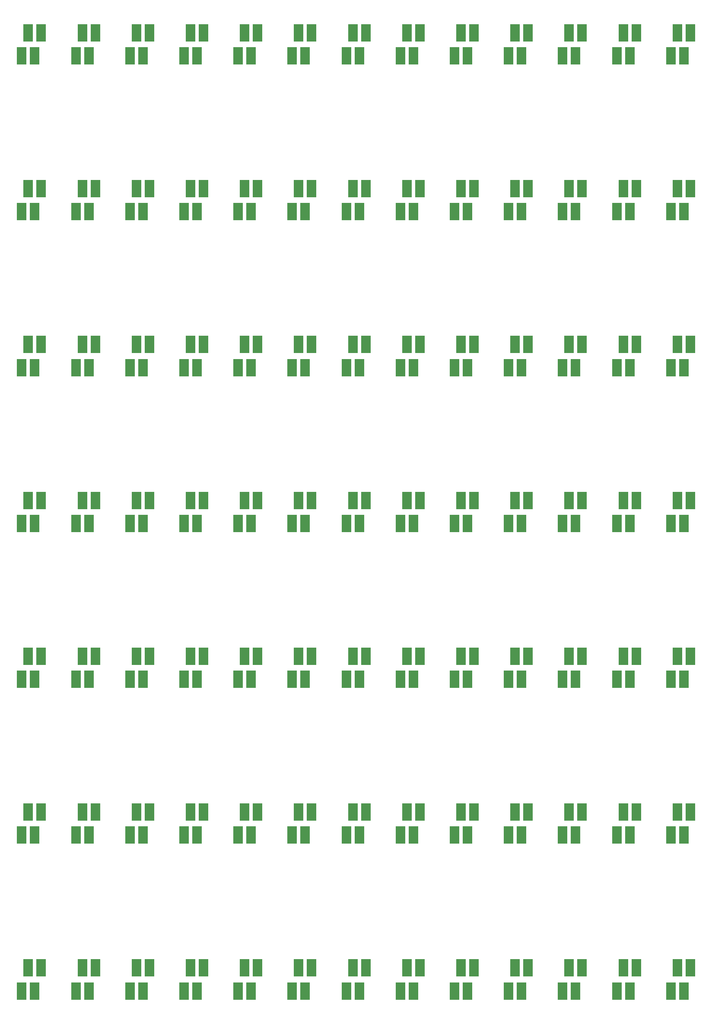
<source format=gbs>
G04 #@! TF.FileFunction,Soldermask,Bot*
%FSLAX46Y46*%
G04 Gerber Fmt 4.6, Leading zero omitted, Abs format (unit mm)*
G04 Created by KiCad (PCBNEW 4.0.2-4+6225~38~ubuntu14.04.1-stable) date Mon 13 Jun 2016 20:57:54 BST*
%MOMM*%
G01*
G04 APERTURE LIST*
%ADD10C,0.100000*%
%ADD11R,1.900000X3.400000*%
G04 APERTURE END LIST*
D10*
D11*
X170390000Y-235925000D03*
X171660000Y-231425000D03*
X172930000Y-235925000D03*
X174200000Y-231425000D03*
X159790000Y-235925000D03*
X161060000Y-231425000D03*
X162330000Y-235925000D03*
X163600000Y-231425000D03*
X149190000Y-235925000D03*
X150460000Y-231425000D03*
X151730000Y-235925000D03*
X153000000Y-231425000D03*
X138590000Y-235925000D03*
X139860000Y-231425000D03*
X141130000Y-235925000D03*
X142400000Y-231425000D03*
X127990000Y-235925000D03*
X129260000Y-231425000D03*
X130530000Y-235925000D03*
X131800000Y-231425000D03*
X117390000Y-235925000D03*
X118660000Y-231425000D03*
X119930000Y-235925000D03*
X121200000Y-231425000D03*
X106790000Y-235925000D03*
X108060000Y-231425000D03*
X109330000Y-235925000D03*
X110600000Y-231425000D03*
X96190000Y-235925000D03*
X97460000Y-231425000D03*
X98730000Y-235925000D03*
X100000000Y-231425000D03*
X85590000Y-235925000D03*
X86860000Y-231425000D03*
X88130000Y-235925000D03*
X89400000Y-231425000D03*
X74990000Y-235925000D03*
X76260000Y-231425000D03*
X77530000Y-235925000D03*
X78800000Y-231425000D03*
X64390000Y-235925000D03*
X65660000Y-231425000D03*
X66930000Y-235925000D03*
X68200000Y-231425000D03*
X53790000Y-235925000D03*
X55060000Y-231425000D03*
X56330000Y-235925000D03*
X57600000Y-231425000D03*
X43190000Y-235925000D03*
X44460000Y-231425000D03*
X45730000Y-235925000D03*
X47000000Y-231425000D03*
X170390000Y-205425000D03*
X171660000Y-200925000D03*
X172930000Y-205425000D03*
X174200000Y-200925000D03*
X159790000Y-205425000D03*
X161060000Y-200925000D03*
X162330000Y-205425000D03*
X163600000Y-200925000D03*
X149190000Y-205425000D03*
X150460000Y-200925000D03*
X151730000Y-205425000D03*
X153000000Y-200925000D03*
X138590000Y-205425000D03*
X139860000Y-200925000D03*
X141130000Y-205425000D03*
X142400000Y-200925000D03*
X127990000Y-205425000D03*
X129260000Y-200925000D03*
X130530000Y-205425000D03*
X131800000Y-200925000D03*
X117390000Y-205425000D03*
X118660000Y-200925000D03*
X119930000Y-205425000D03*
X121200000Y-200925000D03*
X106790000Y-205425000D03*
X108060000Y-200925000D03*
X109330000Y-205425000D03*
X110600000Y-200925000D03*
X96190000Y-205425000D03*
X97460000Y-200925000D03*
X98730000Y-205425000D03*
X100000000Y-200925000D03*
X85590000Y-205425000D03*
X86860000Y-200925000D03*
X88130000Y-205425000D03*
X89400000Y-200925000D03*
X74990000Y-205425000D03*
X76260000Y-200925000D03*
X77530000Y-205425000D03*
X78800000Y-200925000D03*
X64390000Y-205425000D03*
X65660000Y-200925000D03*
X66930000Y-205425000D03*
X68200000Y-200925000D03*
X53790000Y-205425000D03*
X55060000Y-200925000D03*
X56330000Y-205425000D03*
X57600000Y-200925000D03*
X43190000Y-205425000D03*
X44460000Y-200925000D03*
X45730000Y-205425000D03*
X47000000Y-200925000D03*
X170390000Y-174925000D03*
X171660000Y-170425000D03*
X172930000Y-174925000D03*
X174200000Y-170425000D03*
X159790000Y-174925000D03*
X161060000Y-170425000D03*
X162330000Y-174925000D03*
X163600000Y-170425000D03*
X149190000Y-174925000D03*
X150460000Y-170425000D03*
X151730000Y-174925000D03*
X153000000Y-170425000D03*
X138590000Y-174925000D03*
X139860000Y-170425000D03*
X141130000Y-174925000D03*
X142400000Y-170425000D03*
X127990000Y-174925000D03*
X129260000Y-170425000D03*
X130530000Y-174925000D03*
X131800000Y-170425000D03*
X117390000Y-174925000D03*
X118660000Y-170425000D03*
X119930000Y-174925000D03*
X121200000Y-170425000D03*
X106790000Y-174925000D03*
X108060000Y-170425000D03*
X109330000Y-174925000D03*
X110600000Y-170425000D03*
X96190000Y-174925000D03*
X97460000Y-170425000D03*
X98730000Y-174925000D03*
X100000000Y-170425000D03*
X85590000Y-174925000D03*
X86860000Y-170425000D03*
X88130000Y-174925000D03*
X89400000Y-170425000D03*
X74990000Y-174925000D03*
X76260000Y-170425000D03*
X77530000Y-174925000D03*
X78800000Y-170425000D03*
X64390000Y-174925000D03*
X65660000Y-170425000D03*
X66930000Y-174925000D03*
X68200000Y-170425000D03*
X53790000Y-174925000D03*
X55060000Y-170425000D03*
X56330000Y-174925000D03*
X57600000Y-170425000D03*
X43190000Y-174925000D03*
X44460000Y-170425000D03*
X45730000Y-174925000D03*
X47000000Y-170425000D03*
X170390000Y-144425000D03*
X171660000Y-139925000D03*
X172930000Y-144425000D03*
X174200000Y-139925000D03*
X159790000Y-144425000D03*
X161060000Y-139925000D03*
X162330000Y-144425000D03*
X163600000Y-139925000D03*
X149190000Y-144425000D03*
X150460000Y-139925000D03*
X151730000Y-144425000D03*
X153000000Y-139925000D03*
X138590000Y-144425000D03*
X139860000Y-139925000D03*
X141130000Y-144425000D03*
X142400000Y-139925000D03*
X127990000Y-144425000D03*
X129260000Y-139925000D03*
X130530000Y-144425000D03*
X131800000Y-139925000D03*
X117390000Y-144425000D03*
X118660000Y-139925000D03*
X119930000Y-144425000D03*
X121200000Y-139925000D03*
X106790000Y-144425000D03*
X108060000Y-139925000D03*
X109330000Y-144425000D03*
X110600000Y-139925000D03*
X96190000Y-144425000D03*
X97460000Y-139925000D03*
X98730000Y-144425000D03*
X100000000Y-139925000D03*
X85590000Y-144425000D03*
X86860000Y-139925000D03*
X88130000Y-144425000D03*
X89400000Y-139925000D03*
X74990000Y-144425000D03*
X76260000Y-139925000D03*
X77530000Y-144425000D03*
X78800000Y-139925000D03*
X64390000Y-144425000D03*
X65660000Y-139925000D03*
X66930000Y-144425000D03*
X68200000Y-139925000D03*
X53790000Y-144425000D03*
X55060000Y-139925000D03*
X56330000Y-144425000D03*
X57600000Y-139925000D03*
X43190000Y-144425000D03*
X44460000Y-139925000D03*
X45730000Y-144425000D03*
X47000000Y-139925000D03*
X170390000Y-113925000D03*
X171660000Y-109425000D03*
X172930000Y-113925000D03*
X174200000Y-109425000D03*
X159790000Y-113925000D03*
X161060000Y-109425000D03*
X162330000Y-113925000D03*
X163600000Y-109425000D03*
X149190000Y-113925000D03*
X150460000Y-109425000D03*
X151730000Y-113925000D03*
X153000000Y-109425000D03*
X138590000Y-113925000D03*
X139860000Y-109425000D03*
X141130000Y-113925000D03*
X142400000Y-109425000D03*
X127990000Y-113925000D03*
X129260000Y-109425000D03*
X130530000Y-113925000D03*
X131800000Y-109425000D03*
X117390000Y-113925000D03*
X118660000Y-109425000D03*
X119930000Y-113925000D03*
X121200000Y-109425000D03*
X106790000Y-113925000D03*
X108060000Y-109425000D03*
X109330000Y-113925000D03*
X110600000Y-109425000D03*
X96190000Y-113925000D03*
X97460000Y-109425000D03*
X98730000Y-113925000D03*
X100000000Y-109425000D03*
X85590000Y-113925000D03*
X86860000Y-109425000D03*
X88130000Y-113925000D03*
X89400000Y-109425000D03*
X74990000Y-113925000D03*
X76260000Y-109425000D03*
X77530000Y-113925000D03*
X78800000Y-109425000D03*
X64390000Y-113925000D03*
X65660000Y-109425000D03*
X66930000Y-113925000D03*
X68200000Y-109425000D03*
X53790000Y-113925000D03*
X55060000Y-109425000D03*
X56330000Y-113925000D03*
X57600000Y-109425000D03*
X43190000Y-113925000D03*
X44460000Y-109425000D03*
X45730000Y-113925000D03*
X47000000Y-109425000D03*
X170390000Y-83425000D03*
X171660000Y-78925000D03*
X172930000Y-83425000D03*
X174200000Y-78925000D03*
X159790000Y-83425000D03*
X161060000Y-78925000D03*
X162330000Y-83425000D03*
X163600000Y-78925000D03*
X149190000Y-83425000D03*
X150460000Y-78925000D03*
X151730000Y-83425000D03*
X153000000Y-78925000D03*
X138590000Y-83425000D03*
X139860000Y-78925000D03*
X141130000Y-83425000D03*
X142400000Y-78925000D03*
X127990000Y-83425000D03*
X129260000Y-78925000D03*
X130530000Y-83425000D03*
X131800000Y-78925000D03*
X117390000Y-83425000D03*
X118660000Y-78925000D03*
X119930000Y-83425000D03*
X121200000Y-78925000D03*
X106790000Y-83425000D03*
X108060000Y-78925000D03*
X109330000Y-83425000D03*
X110600000Y-78925000D03*
X96190000Y-83425000D03*
X97460000Y-78925000D03*
X98730000Y-83425000D03*
X100000000Y-78925000D03*
X85590000Y-83425000D03*
X86860000Y-78925000D03*
X88130000Y-83425000D03*
X89400000Y-78925000D03*
X74990000Y-83425000D03*
X76260000Y-78925000D03*
X77530000Y-83425000D03*
X78800000Y-78925000D03*
X64390000Y-83425000D03*
X65660000Y-78925000D03*
X66930000Y-83425000D03*
X68200000Y-78925000D03*
X53790000Y-83425000D03*
X55060000Y-78925000D03*
X56330000Y-83425000D03*
X57600000Y-78925000D03*
X43190000Y-83425000D03*
X44460000Y-78925000D03*
X45730000Y-83425000D03*
X47000000Y-78925000D03*
X170390000Y-52925000D03*
X171660000Y-48425000D03*
X172930000Y-52925000D03*
X174200000Y-48425000D03*
X159790000Y-52925000D03*
X161060000Y-48425000D03*
X162330000Y-52925000D03*
X163600000Y-48425000D03*
X149190000Y-52925000D03*
X150460000Y-48425000D03*
X151730000Y-52925000D03*
X153000000Y-48425000D03*
X138590000Y-52925000D03*
X139860000Y-48425000D03*
X141130000Y-52925000D03*
X142400000Y-48425000D03*
X127990000Y-52925000D03*
X129260000Y-48425000D03*
X130530000Y-52925000D03*
X131800000Y-48425000D03*
X117390000Y-52925000D03*
X118660000Y-48425000D03*
X119930000Y-52925000D03*
X121200000Y-48425000D03*
X106790000Y-52925000D03*
X108060000Y-48425000D03*
X109330000Y-52925000D03*
X110600000Y-48425000D03*
X96190000Y-52925000D03*
X97460000Y-48425000D03*
X98730000Y-52925000D03*
X100000000Y-48425000D03*
X85590000Y-52925000D03*
X86860000Y-48425000D03*
X88130000Y-52925000D03*
X89400000Y-48425000D03*
X74990000Y-52925000D03*
X76260000Y-48425000D03*
X77530000Y-52925000D03*
X78800000Y-48425000D03*
X64390000Y-52925000D03*
X65660000Y-48425000D03*
X66930000Y-52925000D03*
X68200000Y-48425000D03*
X53790000Y-52925000D03*
X55060000Y-48425000D03*
X56330000Y-52925000D03*
X57600000Y-48425000D03*
X43190000Y-52925000D03*
X44460000Y-48425000D03*
X45730000Y-52925000D03*
X47000000Y-48425000D03*
M02*

</source>
